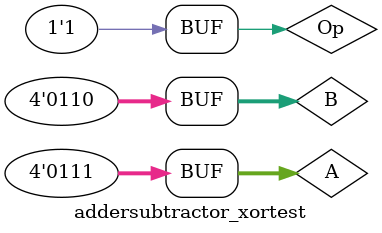
<source format=v>
`timescale 1ns / 1ps


module addersubtractor_xortest;

	// Inputs
	reg [3:0] A;
	reg [3:0] B;
	reg Op;

	// Outputs
	wire [3:0] S;
	wire C;
	wire V;

	// Instantiate the Unit Under Test (UUT)
	addersubtractor_xor uut (
		.A(A), 
		.B(B), 
		.Op(Op), 
		.S(S), 
		.C(C), 
		.V(V)
	);

	initial begin
		// Initialize Inputs
		Op = 0;
		A = 7;
		B = 6;
		#100;
		Op =0;
		A=2;
		B=6;
		#100;
		Op=1;
		A=8;
		B=4;
		#100;
		Op = 1;
		A = 7;
		B = 6;
		#100;
		

		
	end
      
endmodule


</source>
